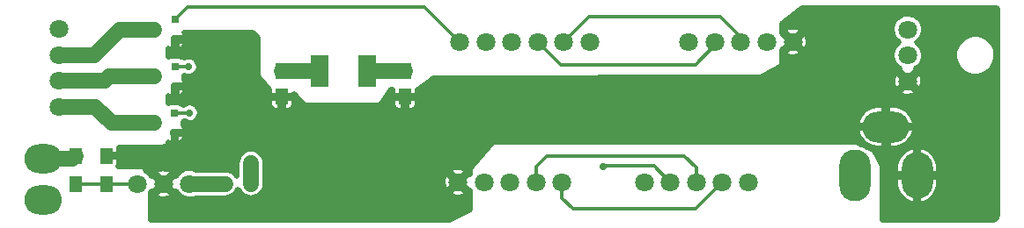
<source format=gbl>
G04 #@! TF.FileFunction,Copper,L2,Bot,Signal*
%FSLAX46Y46*%
G04 Gerber Fmt 4.6, Leading zero omitted, Abs format (unit mm)*
G04 Created by KiCad (PCBNEW 4.0.1-stable) date 2/14/2016 11:26:41 PM*
%MOMM*%
G01*
G04 APERTURE LIST*
%ADD10C,0.100000*%
%ADD11O,3.000000X5.000000*%
%ADD12O,3.000000X4.500000*%
%ADD13O,4.500000X3.000000*%
%ADD14R,1.651000X3.048000*%
%ADD15R,6.300000X6.100000*%
%ADD16R,1.250000X1.500000*%
%ADD17R,0.800000X0.600000*%
%ADD18O,3.600000X2.800000*%
%ADD19C,1.800000*%
%ADD20R,0.800100X0.800100*%
%ADD21R,1.300000X1.500000*%
%ADD22C,0.800000*%
%ADD23C,0.700000*%
%ADD24C,1.500000*%
%ADD25C,0.300000*%
%ADD26C,0.250000*%
%ADD27C,0.500000*%
G04 APERTURE END LIST*
D10*
D11*
X155700000Y-75100000D03*
D12*
X161700000Y-75100000D03*
D13*
X158700000Y-70400000D03*
D14*
X104214000Y-65000000D03*
D15*
X106500000Y-71350000D03*
D14*
X108786000Y-65000000D03*
D16*
X100600000Y-65000000D03*
X100600000Y-67500000D03*
X112450000Y-65000000D03*
X112450000Y-67500000D03*
D17*
X95150000Y-75900000D03*
X97650000Y-75900000D03*
D18*
X77650000Y-73520000D03*
X77650000Y-77480000D03*
D19*
X135450000Y-75750000D03*
X145450000Y-75750000D03*
X142950000Y-75750000D03*
X140450000Y-75750000D03*
X137950000Y-75750000D03*
X91750000Y-75900000D03*
X89250000Y-75900000D03*
X86750000Y-75900000D03*
X117550000Y-75750000D03*
X127550000Y-75750000D03*
X125050000Y-75750000D03*
X122550000Y-75750000D03*
X120050000Y-75750000D03*
X160800000Y-66000000D03*
X160800000Y-63500000D03*
X160800000Y-61000000D03*
X130200000Y-62200000D03*
X117700000Y-62200000D03*
X127700000Y-62200000D03*
X120200000Y-62200000D03*
X122700000Y-62200000D03*
X125200000Y-62200000D03*
X79200000Y-60950000D03*
X79200000Y-63450000D03*
X79200000Y-65950000D03*
X79200000Y-68450000D03*
X149750000Y-62200000D03*
X139750000Y-62200000D03*
X142250000Y-62200000D03*
X144750000Y-62200000D03*
X147250000Y-62200000D03*
D20*
X90350760Y-60050000D03*
X90350760Y-61950000D03*
X88351780Y-61000000D03*
X90350760Y-64600000D03*
X90350760Y-66500000D03*
X88351780Y-65550000D03*
X90300760Y-69100000D03*
X90300760Y-71000000D03*
X88301780Y-70050000D03*
D21*
X80800000Y-73200000D03*
X80800000Y-75900000D03*
X83750000Y-75900000D03*
X83750000Y-73200000D03*
D22*
X102350000Y-65000000D03*
X110650000Y-65000000D03*
X97650000Y-73900000D03*
D23*
X131500000Y-74250000D03*
X91650000Y-64600000D03*
X91750000Y-69050000D03*
D24*
X77200000Y-73520000D02*
X80480000Y-73520000D01*
X80480000Y-73520000D02*
X80800000Y-73200000D01*
X104214000Y-65000000D02*
X102350000Y-65000000D01*
X102350000Y-65000000D02*
X100600000Y-65000000D01*
D25*
X163000000Y-75100000D02*
X159850000Y-75100000D01*
X159000000Y-74250000D02*
X159000000Y-72550000D01*
X159850000Y-75100000D02*
X159000000Y-74250000D01*
X159000000Y-71400000D02*
X159000000Y-72550000D01*
X159000000Y-72550000D02*
X159100000Y-72650000D01*
D24*
X97650000Y-75900000D02*
X97650000Y-73900000D01*
X112450000Y-65000000D02*
X110650000Y-65000000D01*
X110650000Y-65000000D02*
X108786000Y-65000000D01*
X91750000Y-75900000D02*
X95150000Y-75900000D01*
D25*
X127550000Y-75750000D02*
X127550000Y-77250000D01*
X127550000Y-77250000D02*
X128600000Y-78300000D01*
X128600000Y-78300000D02*
X140400000Y-78300000D01*
X140400000Y-78300000D02*
X142950000Y-75750000D01*
X140450000Y-75750000D02*
X140450000Y-74350000D01*
X140450000Y-74350000D02*
X139300000Y-73200000D01*
X139300000Y-73200000D02*
X126100000Y-73200000D01*
X126100000Y-73200000D02*
X125050000Y-74250000D01*
X125050000Y-74250000D02*
X125050000Y-75750000D01*
X131500000Y-74250000D02*
X131550000Y-74200000D01*
X131550000Y-74200000D02*
X136400000Y-74200000D01*
X136400000Y-74200000D02*
X137950000Y-75750000D01*
X86750000Y-75900000D02*
X83750000Y-75900000D01*
X80800000Y-75900000D02*
X83750000Y-75900000D01*
D26*
X90350760Y-60050000D02*
X90350760Y-59999240D01*
D25*
X90350760Y-59999240D02*
X91500000Y-58850000D01*
X114350000Y-58850000D02*
X117700000Y-62200000D01*
X91500000Y-58850000D02*
X114350000Y-58850000D01*
D26*
X144750000Y-62200000D02*
X144750000Y-61700000D01*
D25*
X144750000Y-61700000D02*
X142800000Y-59750000D01*
X142800000Y-59750000D02*
X130150000Y-59750000D01*
X130150000Y-59750000D02*
X127700000Y-62200000D01*
X90350760Y-64600000D02*
X91650000Y-64600000D01*
X91700000Y-69100000D02*
X90300760Y-69100000D01*
X91750000Y-69050000D02*
X91700000Y-69100000D01*
D26*
X142250000Y-62200000D02*
X142250000Y-62500000D01*
D25*
X142250000Y-62500000D02*
X140350000Y-64400000D01*
X140350000Y-64400000D02*
X127400000Y-64400000D01*
X127400000Y-64400000D02*
X125200000Y-62200000D01*
D24*
X79200000Y-63450000D02*
X82600000Y-63450000D01*
X85050000Y-61000000D02*
X88351780Y-61000000D01*
X82600000Y-63450000D02*
X85050000Y-61000000D01*
X79200000Y-65950000D02*
X83600000Y-65950000D01*
X84000000Y-65550000D02*
X88351780Y-65550000D01*
X83600000Y-65950000D02*
X84000000Y-65550000D01*
X79200000Y-68450000D02*
X82650000Y-68450000D01*
X84250000Y-70050000D02*
X88301780Y-70050000D01*
X82650000Y-68450000D02*
X84250000Y-70050000D01*
D27*
G36*
X169384090Y-58921158D02*
X169395000Y-59024959D01*
X169395000Y-78970406D01*
X169384630Y-79076163D01*
X169362514Y-79149416D01*
X169326586Y-79216986D01*
X169278223Y-79276284D01*
X169219259Y-79325064D01*
X169151947Y-79361460D01*
X169078842Y-79384090D01*
X168975040Y-79395000D01*
X158300000Y-79395000D01*
X158300000Y-74200000D01*
X159650000Y-74200000D01*
X159650000Y-74950000D01*
X160595000Y-74950000D01*
X160595000Y-75250000D01*
X159650000Y-75250000D01*
X159650000Y-76000000D01*
X159718654Y-76397053D01*
X159863450Y-76773083D01*
X160078823Y-77113639D01*
X160356497Y-77405634D01*
X160685801Y-77637847D01*
X161054080Y-77801354D01*
X161232016Y-77845869D01*
X161550000Y-77756609D01*
X161550000Y-77193509D01*
X161551468Y-77193653D01*
X161551473Y-77193654D01*
X161551478Y-77193654D01*
X161648660Y-77202498D01*
X161703525Y-77202115D01*
X161758323Y-77202498D01*
X161766730Y-77201674D01*
X161766733Y-77201674D01*
X161766736Y-77201673D01*
X161850000Y-77192922D01*
X161850000Y-77756609D01*
X162167984Y-77845869D01*
X162345920Y-77801354D01*
X162714199Y-77637847D01*
X163043503Y-77405634D01*
X163321177Y-77113639D01*
X163536550Y-76773083D01*
X163681346Y-76397053D01*
X163750000Y-76000000D01*
X163750000Y-75250000D01*
X162805000Y-75250000D01*
X162805000Y-74950000D01*
X163750000Y-74950000D01*
X163750000Y-74200000D01*
X163681346Y-73802947D01*
X163536550Y-73426917D01*
X163321177Y-73086361D01*
X163043503Y-72794366D01*
X162714199Y-72562153D01*
X162345920Y-72398646D01*
X162167984Y-72354131D01*
X161850000Y-72443391D01*
X161850000Y-73006491D01*
X161848529Y-73006347D01*
X161848526Y-73006346D01*
X161848523Y-73006346D01*
X161751340Y-72997502D01*
X161696476Y-72997885D01*
X161641678Y-72997502D01*
X161633271Y-72998326D01*
X161633268Y-72998326D01*
X161633265Y-72998327D01*
X161550000Y-73007078D01*
X161550000Y-72443391D01*
X161232016Y-72354131D01*
X161054080Y-72398646D01*
X160685801Y-72562153D01*
X160356497Y-72794366D01*
X160078823Y-73086361D01*
X159863450Y-73426917D01*
X159718654Y-73802947D01*
X159650000Y-74200000D01*
X158300000Y-74200000D01*
X158300000Y-74100000D01*
X158290102Y-74030352D01*
X158268127Y-73977849D01*
X157568127Y-72727849D01*
X157525460Y-72671917D01*
X157456108Y-72623635D01*
X156893534Y-72359928D01*
X156874305Y-72344021D01*
X156513783Y-72149087D01*
X156307544Y-72085245D01*
X155856108Y-71873635D01*
X155788844Y-71853036D01*
X155750000Y-71850000D01*
X153299612Y-71850000D01*
X121049612Y-71900000D01*
X120979979Y-71910006D01*
X120915891Y-71939015D01*
X120863586Y-71983417D01*
X118763586Y-74333417D01*
X118724557Y-74391946D01*
X118703380Y-74459031D01*
X118700000Y-74500000D01*
X118700000Y-74975533D01*
X118583056Y-74929076D01*
X117762132Y-75750000D01*
X118583056Y-76570924D01*
X118700000Y-76524467D01*
X118700000Y-78393945D01*
X116652387Y-79395000D01*
X88000000Y-79395000D01*
X88000000Y-76933056D01*
X88429076Y-76933056D01*
X88519491Y-77160655D01*
X88779469Y-77278948D01*
X89057529Y-77344248D01*
X89342986Y-77354046D01*
X89624870Y-77307967D01*
X89892347Y-77207780D01*
X89980509Y-77160655D01*
X90070924Y-76933056D01*
X89250000Y-76112132D01*
X88429076Y-76933056D01*
X88000000Y-76933056D01*
X88000000Y-76730337D01*
X88052674Y-76655667D01*
X88216944Y-76720924D01*
X89037868Y-75900000D01*
X89462132Y-75900000D01*
X90283056Y-76720924D01*
X90451371Y-76654060D01*
X90568772Y-76836230D01*
X90773116Y-77047835D01*
X91014670Y-77215719D01*
X91284232Y-77333488D01*
X91571535Y-77396655D01*
X91865635Y-77402816D01*
X92155332Y-77351734D01*
X92417619Y-77250000D01*
X95150000Y-77250000D01*
X95412216Y-77224289D01*
X95664445Y-77148137D01*
X95897079Y-77024444D01*
X96101256Y-76857920D01*
X96269201Y-76654910D01*
X96394515Y-76423146D01*
X96399565Y-76406833D01*
X96401863Y-76414445D01*
X96525556Y-76647079D01*
X96692080Y-76851256D01*
X96895090Y-77019201D01*
X97126854Y-77144515D01*
X97378545Y-77222427D01*
X97640575Y-77249967D01*
X97902965Y-77226088D01*
X98155719Y-77151698D01*
X98389210Y-77029632D01*
X98594546Y-76864538D01*
X98662917Y-76783056D01*
X116729076Y-76783056D01*
X116819491Y-77010655D01*
X117079469Y-77128948D01*
X117357529Y-77194248D01*
X117642986Y-77204046D01*
X117924870Y-77157967D01*
X118192347Y-77057780D01*
X118280509Y-77010655D01*
X118370924Y-76783056D01*
X117550000Y-75962132D01*
X116729076Y-76783056D01*
X98662917Y-76783056D01*
X98763903Y-76662705D01*
X98890833Y-76431822D01*
X98970499Y-76180681D01*
X98999868Y-75918849D01*
X99000000Y-75900000D01*
X99000000Y-75842986D01*
X116095954Y-75842986D01*
X116142033Y-76124870D01*
X116242220Y-76392347D01*
X116289345Y-76480509D01*
X116516944Y-76570924D01*
X117337868Y-75750000D01*
X116516944Y-74929076D01*
X116289345Y-75019491D01*
X116171052Y-75279469D01*
X116105752Y-75557529D01*
X116095954Y-75842986D01*
X99000000Y-75842986D01*
X99000000Y-74716944D01*
X116729076Y-74716944D01*
X117550000Y-75537868D01*
X118370924Y-74716944D01*
X118280509Y-74489345D01*
X118020531Y-74371052D01*
X117742471Y-74305752D01*
X117457014Y-74295954D01*
X117175130Y-74342033D01*
X116907653Y-74442220D01*
X116819491Y-74489345D01*
X116729076Y-74716944D01*
X99000000Y-74716944D01*
X99000000Y-73900000D01*
X98974289Y-73637784D01*
X98898137Y-73385555D01*
X98774444Y-73152921D01*
X98607920Y-72948744D01*
X98404910Y-72780799D01*
X98173146Y-72655485D01*
X97921455Y-72577573D01*
X97659425Y-72550033D01*
X97397035Y-72573912D01*
X97144281Y-72648302D01*
X96910790Y-72770368D01*
X96705454Y-72935462D01*
X96536097Y-73137295D01*
X96409167Y-73368178D01*
X96329501Y-73619319D01*
X96300132Y-73881151D01*
X96300000Y-73900000D01*
X96300000Y-75199750D01*
X96279632Y-75160790D01*
X96114538Y-74955454D01*
X95912705Y-74786097D01*
X95681822Y-74659167D01*
X95430681Y-74579501D01*
X95168849Y-74550132D01*
X95150000Y-74550000D01*
X92409454Y-74550000D01*
X92195708Y-74460149D01*
X91907551Y-74400999D01*
X91613393Y-74398945D01*
X91324439Y-74454066D01*
X91051693Y-74564263D01*
X90805546Y-74725337D01*
X90595373Y-74931153D01*
X90448961Y-75144983D01*
X90283056Y-75079076D01*
X89462132Y-75900000D01*
X89037868Y-75900000D01*
X88216944Y-75079076D01*
X88049692Y-75145518D01*
X87918041Y-74947369D01*
X87838176Y-74866944D01*
X88429076Y-74866944D01*
X89250000Y-75687868D01*
X90070924Y-74866944D01*
X89980509Y-74639345D01*
X89720531Y-74521052D01*
X89442471Y-74455752D01*
X89157014Y-74445954D01*
X88875130Y-74492033D01*
X88607653Y-74592220D01*
X88519491Y-74639345D01*
X88429076Y-74866944D01*
X87838176Y-74866944D01*
X87710762Y-74738638D01*
X87573390Y-74645979D01*
X87416357Y-74374741D01*
X87372894Y-74319425D01*
X87315742Y-74278406D01*
X87249425Y-74254934D01*
X87200000Y-74250000D01*
X84861026Y-74250000D01*
X84887404Y-74210522D01*
X84928864Y-74110429D01*
X84950000Y-74004170D01*
X84950000Y-73487500D01*
X84812500Y-73350000D01*
X83900000Y-73350000D01*
X83900000Y-73370000D01*
X83600000Y-73370000D01*
X83600000Y-73350000D01*
X83580000Y-73350000D01*
X83580000Y-73050000D01*
X83600000Y-73050000D01*
X83600000Y-73030000D01*
X83900000Y-73030000D01*
X83900000Y-73050000D01*
X84812500Y-73050000D01*
X84950000Y-72912500D01*
X84950000Y-72400000D01*
X88900000Y-72400000D01*
X88949029Y-72395145D01*
X89449029Y-72295145D01*
X89515384Y-72271781D01*
X89572602Y-72230855D01*
X89616154Y-72175609D01*
X89642590Y-72110417D01*
X89650000Y-72050000D01*
X89650000Y-71891519D01*
X89740281Y-71928914D01*
X89846539Y-71950050D01*
X90013260Y-71950050D01*
X90150760Y-71812550D01*
X90150760Y-71150000D01*
X90450760Y-71150000D01*
X90450760Y-71812550D01*
X90588260Y-71950050D01*
X90754981Y-71950050D01*
X90861239Y-71928914D01*
X90961333Y-71887454D01*
X91051415Y-71827263D01*
X91128023Y-71750654D01*
X91188214Y-71660572D01*
X91229674Y-71560479D01*
X91250810Y-71454220D01*
X91250810Y-71287500D01*
X91113310Y-71150000D01*
X90450760Y-71150000D01*
X90150760Y-71150000D01*
X90130760Y-71150000D01*
X90130760Y-70850000D01*
X90150760Y-70850000D01*
X90150760Y-70830000D01*
X90450760Y-70830000D01*
X90450760Y-70850000D01*
X91113310Y-70850000D01*
X91250810Y-70712500D01*
X91250810Y-70545780D01*
X91229674Y-70439521D01*
X91188214Y-70339428D01*
X91150000Y-70282237D01*
X91150000Y-69893225D01*
X91186840Y-69850000D01*
X91236395Y-69850000D01*
X91284291Y-69883289D01*
X91455013Y-69957876D01*
X91636972Y-69997882D01*
X91823236Y-70001784D01*
X92006710Y-69969432D01*
X92103174Y-69932016D01*
X155954131Y-69932016D01*
X156043391Y-70250000D01*
X156606491Y-70250000D01*
X156606346Y-70251477D01*
X156597502Y-70348660D01*
X156597885Y-70403525D01*
X156597502Y-70458323D01*
X156598326Y-70466730D01*
X156607078Y-70550000D01*
X156043391Y-70550000D01*
X155954131Y-70867984D01*
X155998646Y-71045920D01*
X156162153Y-71414199D01*
X156394366Y-71743503D01*
X156686361Y-72021177D01*
X157026917Y-72236550D01*
X157402947Y-72381346D01*
X157800000Y-72450000D01*
X158550000Y-72450000D01*
X158550000Y-71505000D01*
X158850000Y-71505000D01*
X158850000Y-72450000D01*
X159600000Y-72450000D01*
X159997053Y-72381346D01*
X160373083Y-72236550D01*
X160713639Y-72021177D01*
X161005634Y-71743503D01*
X161237847Y-71414199D01*
X161401354Y-71045920D01*
X161445869Y-70867984D01*
X161356609Y-70550000D01*
X160793509Y-70550000D01*
X160793654Y-70548522D01*
X160802498Y-70451340D01*
X160802115Y-70396476D01*
X160802498Y-70341678D01*
X160801674Y-70333271D01*
X160792922Y-70250000D01*
X161356609Y-70250000D01*
X161445869Y-69932016D01*
X161401354Y-69754080D01*
X161237847Y-69385801D01*
X161005634Y-69056497D01*
X160713639Y-68778823D01*
X160373083Y-68563450D01*
X159997053Y-68418654D01*
X159600000Y-68350000D01*
X158850000Y-68350000D01*
X158850000Y-69295000D01*
X158550000Y-69295000D01*
X158550000Y-68350000D01*
X157800000Y-68350000D01*
X157402947Y-68418654D01*
X157026917Y-68563450D01*
X156686361Y-68778823D01*
X156394366Y-69056497D01*
X156162153Y-69385801D01*
X155998646Y-69754080D01*
X155954131Y-69932016D01*
X92103174Y-69932016D01*
X92180406Y-69902060D01*
X92337709Y-69802233D01*
X92472625Y-69673753D01*
X92580017Y-69521515D01*
X92655794Y-69351318D01*
X92697070Y-69169643D01*
X92700041Y-68956848D01*
X92663854Y-68774091D01*
X92592859Y-68601844D01*
X92489760Y-68446667D01*
X92358483Y-68314470D01*
X92204029Y-68210290D01*
X92032282Y-68138094D01*
X91849783Y-68100632D01*
X91663482Y-68099332D01*
X91480478Y-68134242D01*
X91307739Y-68204033D01*
X91154814Y-68304104D01*
X91152558Y-68300681D01*
X91023440Y-68190635D01*
X90868775Y-68120916D01*
X90700810Y-68097047D01*
X89900710Y-68097047D01*
X89805162Y-68104666D01*
X89650000Y-68152717D01*
X89650000Y-67787500D01*
X99425000Y-67787500D01*
X99425000Y-68304170D01*
X99446136Y-68410429D01*
X99487596Y-68510522D01*
X99547787Y-68600604D01*
X99624395Y-68677213D01*
X99714477Y-68737404D01*
X99814571Y-68778864D01*
X99920829Y-68800000D01*
X100312500Y-68800000D01*
X100450000Y-68662500D01*
X100450000Y-67650000D01*
X100750000Y-67650000D01*
X100750000Y-68662500D01*
X100887500Y-68800000D01*
X101279171Y-68800000D01*
X101385429Y-68778864D01*
X101485523Y-68737404D01*
X101575605Y-68677213D01*
X101652213Y-68600604D01*
X101712404Y-68510522D01*
X101753864Y-68410429D01*
X101775000Y-68304170D01*
X101775000Y-67787500D01*
X101637500Y-67650000D01*
X100750000Y-67650000D01*
X100450000Y-67650000D01*
X99562500Y-67650000D01*
X99425000Y-67787500D01*
X89650000Y-67787500D01*
X89650000Y-67360602D01*
X89690187Y-67387454D01*
X89790281Y-67428914D01*
X89896539Y-67450050D01*
X90063260Y-67450050D01*
X90200760Y-67312550D01*
X90200760Y-66650000D01*
X90500760Y-66650000D01*
X90500760Y-67312550D01*
X90638260Y-67450050D01*
X90804981Y-67450050D01*
X90911239Y-67428914D01*
X91011333Y-67387454D01*
X91101415Y-67327263D01*
X91178023Y-67250654D01*
X91238214Y-67160572D01*
X91279674Y-67060479D01*
X91300810Y-66954220D01*
X91300810Y-66787500D01*
X91163310Y-66650000D01*
X90500760Y-66650000D01*
X90200760Y-66650000D01*
X90180760Y-66650000D01*
X90180760Y-66350000D01*
X90200760Y-66350000D01*
X90200760Y-66330000D01*
X90500760Y-66330000D01*
X90500760Y-66350000D01*
X91163310Y-66350000D01*
X91300810Y-66212500D01*
X91300810Y-66045780D01*
X91279674Y-65939521D01*
X91238214Y-65839428D01*
X91200000Y-65782237D01*
X91200000Y-65440152D01*
X91355013Y-65507876D01*
X91536972Y-65547882D01*
X91723236Y-65551784D01*
X91906710Y-65519432D01*
X92080406Y-65452060D01*
X92237709Y-65352233D01*
X92372625Y-65223753D01*
X92480017Y-65071515D01*
X92555794Y-64901318D01*
X92597070Y-64719643D01*
X92600041Y-64506848D01*
X92563854Y-64324091D01*
X92492859Y-64151844D01*
X92389760Y-63996667D01*
X92258483Y-63864470D01*
X92104029Y-63760290D01*
X91932282Y-63688094D01*
X91749783Y-63650632D01*
X91563482Y-63649332D01*
X91380478Y-63684242D01*
X91207739Y-63754033D01*
X91173847Y-63776211D01*
X91073440Y-63690635D01*
X90918775Y-63620916D01*
X90750810Y-63597047D01*
X89950710Y-63597047D01*
X89855162Y-63604666D01*
X89693103Y-63654853D01*
X89650000Y-63683256D01*
X89650000Y-62810602D01*
X89690187Y-62837454D01*
X89790281Y-62878914D01*
X89896539Y-62900050D01*
X90063260Y-62900050D01*
X90200760Y-62762550D01*
X90200760Y-62100000D01*
X90500760Y-62100000D01*
X90500760Y-62762550D01*
X90638260Y-62900050D01*
X90804981Y-62900050D01*
X90911239Y-62878914D01*
X91011333Y-62837454D01*
X91101415Y-62777263D01*
X91178023Y-62700654D01*
X91238214Y-62610572D01*
X91279674Y-62510479D01*
X91300810Y-62404220D01*
X91300810Y-62237500D01*
X91163310Y-62100000D01*
X90500760Y-62100000D01*
X90200760Y-62100000D01*
X90180760Y-62100000D01*
X90180760Y-61800000D01*
X90200760Y-61800000D01*
X90200760Y-61780000D01*
X90500760Y-61780000D01*
X90500760Y-61800000D01*
X91163310Y-61800000D01*
X91300810Y-61662500D01*
X91300810Y-61495780D01*
X91279674Y-61389521D01*
X91238214Y-61289428D01*
X91211869Y-61250000D01*
X97835016Y-61250000D01*
X98300000Y-61792481D01*
X98300000Y-65450000D01*
X98309898Y-65519648D01*
X98338807Y-65583782D01*
X98365015Y-65618168D01*
X99365015Y-66718168D01*
X99419189Y-66763046D01*
X99425000Y-66765568D01*
X99425000Y-67212500D01*
X99562500Y-67350000D01*
X100450000Y-67350000D01*
X100450000Y-67330000D01*
X100750000Y-67330000D01*
X100750000Y-67350000D01*
X101637500Y-67350000D01*
X101750185Y-67237315D01*
X102826051Y-68279560D01*
X102882962Y-68320912D01*
X102949140Y-68344772D01*
X103000000Y-68350000D01*
X109850000Y-68350000D01*
X109919648Y-68340102D01*
X109983782Y-68311193D01*
X110050775Y-68248962D01*
X110393149Y-67787500D01*
X111275000Y-67787500D01*
X111275000Y-68304170D01*
X111296136Y-68410429D01*
X111337596Y-68510522D01*
X111397787Y-68600604D01*
X111474395Y-68677213D01*
X111564477Y-68737404D01*
X111664571Y-68778864D01*
X111770829Y-68800000D01*
X112162500Y-68800000D01*
X112300000Y-68662500D01*
X112300000Y-67650000D01*
X112600000Y-67650000D01*
X112600000Y-68662500D01*
X112737500Y-68800000D01*
X113129171Y-68800000D01*
X113235429Y-68778864D01*
X113335523Y-68737404D01*
X113425605Y-68677213D01*
X113502213Y-68600604D01*
X113562404Y-68510522D01*
X113603864Y-68410429D01*
X113625000Y-68304170D01*
X113625000Y-67787500D01*
X113487500Y-67650000D01*
X112600000Y-67650000D01*
X112300000Y-67650000D01*
X111412500Y-67650000D01*
X111275000Y-67787500D01*
X110393149Y-67787500D01*
X111125811Y-66800000D01*
X111275000Y-66800000D01*
X111275000Y-67212500D01*
X111412500Y-67350000D01*
X112300000Y-67350000D01*
X112300000Y-67330000D01*
X112600000Y-67330000D01*
X112600000Y-67350000D01*
X113487500Y-67350000D01*
X113625000Y-67212500D01*
X113625000Y-67033056D01*
X159979076Y-67033056D01*
X160069491Y-67260655D01*
X160329469Y-67378948D01*
X160607529Y-67444248D01*
X160892986Y-67454046D01*
X161174870Y-67407967D01*
X161442347Y-67307780D01*
X161530509Y-67260655D01*
X161620924Y-67033056D01*
X160800000Y-66212132D01*
X159979076Y-67033056D01*
X113625000Y-67033056D01*
X113625000Y-66787518D01*
X113694687Y-66753877D01*
X114625943Y-66092986D01*
X159345954Y-66092986D01*
X159392033Y-66374870D01*
X159492220Y-66642347D01*
X159539345Y-66730509D01*
X159766944Y-66820924D01*
X160587868Y-66000000D01*
X161012132Y-66000000D01*
X161833056Y-66820924D01*
X162060655Y-66730509D01*
X162178948Y-66470531D01*
X162244248Y-66192471D01*
X162254046Y-65907014D01*
X162207967Y-65625130D01*
X162107780Y-65357653D01*
X162060655Y-65269491D01*
X161833056Y-65179076D01*
X161012132Y-66000000D01*
X160587868Y-66000000D01*
X159766944Y-65179076D01*
X159539345Y-65269491D01*
X159421052Y-65529469D01*
X159355752Y-65807529D01*
X159345954Y-66092986D01*
X114625943Y-66092986D01*
X115179874Y-65699874D01*
X146550397Y-65650000D01*
X146620030Y-65639991D01*
X146668879Y-65619927D01*
X148518879Y-64619927D01*
X148575443Y-64578101D01*
X148618115Y-64522172D01*
X148643516Y-64456570D01*
X148650000Y-64400000D01*
X148650000Y-63233056D01*
X148929076Y-63233056D01*
X149019491Y-63460655D01*
X149279469Y-63578948D01*
X149557529Y-63644248D01*
X149842986Y-63654046D01*
X150124870Y-63607967D01*
X150392347Y-63507780D01*
X150480509Y-63460655D01*
X150570924Y-63233056D01*
X149750000Y-62412132D01*
X148929076Y-63233056D01*
X148650000Y-63233056D01*
X148650000Y-62994330D01*
X148716944Y-63020924D01*
X149537868Y-62200000D01*
X149962132Y-62200000D01*
X150783056Y-63020924D01*
X151010655Y-62930509D01*
X151128948Y-62670531D01*
X151194248Y-62392471D01*
X151204046Y-62107014D01*
X151157967Y-61825130D01*
X151057780Y-61557653D01*
X151010655Y-61469491D01*
X150783056Y-61379076D01*
X149962132Y-62200000D01*
X149537868Y-62200000D01*
X148716944Y-61379076D01*
X148650000Y-61405670D01*
X148650000Y-61166944D01*
X148929076Y-61166944D01*
X149750000Y-61987868D01*
X150570924Y-61166944D01*
X150554709Y-61126124D01*
X159298028Y-61126124D01*
X159351131Y-61415457D01*
X159459420Y-61688965D01*
X159618772Y-61936230D01*
X159823116Y-62147835D01*
X159970384Y-62250189D01*
X159855546Y-62325337D01*
X159645373Y-62531153D01*
X159479180Y-62773873D01*
X159363296Y-63044251D01*
X159302135Y-63331988D01*
X159298028Y-63626124D01*
X159351131Y-63915457D01*
X159459420Y-64188965D01*
X159618772Y-64436230D01*
X159823116Y-64647835D01*
X160044672Y-64801820D01*
X159979076Y-64966944D01*
X160800000Y-65787868D01*
X161620924Y-64966944D01*
X161553891Y-64798204D01*
X161727961Y-64687736D01*
X161940987Y-64484873D01*
X162110553Y-64244498D01*
X162230201Y-63975765D01*
X162295373Y-63688910D01*
X162295662Y-63668165D01*
X165297371Y-63668165D01*
X165368174Y-64053942D01*
X165512560Y-64418619D01*
X165725029Y-64748306D01*
X165997488Y-65030446D01*
X166319560Y-65254291D01*
X166678976Y-65411316D01*
X167062046Y-65495540D01*
X167454180Y-65503754D01*
X167840442Y-65435646D01*
X168206118Y-65293809D01*
X168537281Y-65083647D01*
X168821316Y-64813164D01*
X169047404Y-64492664D01*
X169206934Y-64134353D01*
X169293830Y-63751879D01*
X169300086Y-63303890D01*
X169223903Y-62919139D01*
X169074439Y-62556514D01*
X168857388Y-62229825D01*
X168581016Y-61951517D01*
X168255851Y-61732190D01*
X167894278Y-61580199D01*
X167510068Y-61501332D01*
X167117858Y-61498594D01*
X166732585Y-61572089D01*
X166368925Y-61719017D01*
X166040729Y-61933782D01*
X165760498Y-62208205D01*
X165538907Y-62531831D01*
X165384395Y-62892334D01*
X165302847Y-63275983D01*
X165297371Y-63668165D01*
X162295662Y-63668165D01*
X162300064Y-63352917D01*
X162242927Y-63064355D01*
X162130830Y-62792385D01*
X161968041Y-62547369D01*
X161760762Y-62338638D01*
X161629592Y-62250163D01*
X161727961Y-62187736D01*
X161940987Y-61984873D01*
X162110553Y-61744498D01*
X162230201Y-61475765D01*
X162295373Y-61188910D01*
X162300064Y-60852917D01*
X162242927Y-60564355D01*
X162130830Y-60292385D01*
X161968041Y-60047369D01*
X161760762Y-59838638D01*
X161516888Y-59674143D01*
X161245708Y-59560149D01*
X160957551Y-59500999D01*
X160663393Y-59498945D01*
X160374439Y-59554066D01*
X160101693Y-59664263D01*
X159855546Y-59825337D01*
X159645373Y-60031153D01*
X159479180Y-60273873D01*
X159363296Y-60544251D01*
X159302135Y-60831988D01*
X159298028Y-61126124D01*
X150554709Y-61126124D01*
X150480509Y-60939345D01*
X150220531Y-60821052D01*
X149942471Y-60755752D01*
X149657014Y-60745954D01*
X149375130Y-60792033D01*
X149107653Y-60892220D01*
X149019491Y-60939345D01*
X148929076Y-61166944D01*
X148650000Y-61166944D01*
X148650000Y-60423275D01*
X150634874Y-58900000D01*
X169377541Y-58900000D01*
X169384090Y-58921158D01*
X169384090Y-58921158D01*
G37*
X169384090Y-58921158D02*
X169395000Y-59024959D01*
X169395000Y-78970406D01*
X169384630Y-79076163D01*
X169362514Y-79149416D01*
X169326586Y-79216986D01*
X169278223Y-79276284D01*
X169219259Y-79325064D01*
X169151947Y-79361460D01*
X169078842Y-79384090D01*
X168975040Y-79395000D01*
X158300000Y-79395000D01*
X158300000Y-74200000D01*
X159650000Y-74200000D01*
X159650000Y-74950000D01*
X160595000Y-74950000D01*
X160595000Y-75250000D01*
X159650000Y-75250000D01*
X159650000Y-76000000D01*
X159718654Y-76397053D01*
X159863450Y-76773083D01*
X160078823Y-77113639D01*
X160356497Y-77405634D01*
X160685801Y-77637847D01*
X161054080Y-77801354D01*
X161232016Y-77845869D01*
X161550000Y-77756609D01*
X161550000Y-77193509D01*
X161551468Y-77193653D01*
X161551473Y-77193654D01*
X161551478Y-77193654D01*
X161648660Y-77202498D01*
X161703525Y-77202115D01*
X161758323Y-77202498D01*
X161766730Y-77201674D01*
X161766733Y-77201674D01*
X161766736Y-77201673D01*
X161850000Y-77192922D01*
X161850000Y-77756609D01*
X162167984Y-77845869D01*
X162345920Y-77801354D01*
X162714199Y-77637847D01*
X163043503Y-77405634D01*
X163321177Y-77113639D01*
X163536550Y-76773083D01*
X163681346Y-76397053D01*
X163750000Y-76000000D01*
X163750000Y-75250000D01*
X162805000Y-75250000D01*
X162805000Y-74950000D01*
X163750000Y-74950000D01*
X163750000Y-74200000D01*
X163681346Y-73802947D01*
X163536550Y-73426917D01*
X163321177Y-73086361D01*
X163043503Y-72794366D01*
X162714199Y-72562153D01*
X162345920Y-72398646D01*
X162167984Y-72354131D01*
X161850000Y-72443391D01*
X161850000Y-73006491D01*
X161848529Y-73006347D01*
X161848526Y-73006346D01*
X161848523Y-73006346D01*
X161751340Y-72997502D01*
X161696476Y-72997885D01*
X161641678Y-72997502D01*
X161633271Y-72998326D01*
X161633268Y-72998326D01*
X161633265Y-72998327D01*
X161550000Y-73007078D01*
X161550000Y-72443391D01*
X161232016Y-72354131D01*
X161054080Y-72398646D01*
X160685801Y-72562153D01*
X160356497Y-72794366D01*
X160078823Y-73086361D01*
X159863450Y-73426917D01*
X159718654Y-73802947D01*
X159650000Y-74200000D01*
X158300000Y-74200000D01*
X158300000Y-74100000D01*
X158290102Y-74030352D01*
X158268127Y-73977849D01*
X157568127Y-72727849D01*
X157525460Y-72671917D01*
X157456108Y-72623635D01*
X156893534Y-72359928D01*
X156874305Y-72344021D01*
X156513783Y-72149087D01*
X156307544Y-72085245D01*
X155856108Y-71873635D01*
X155788844Y-71853036D01*
X155750000Y-71850000D01*
X153299612Y-71850000D01*
X121049612Y-71900000D01*
X120979979Y-71910006D01*
X120915891Y-71939015D01*
X120863586Y-71983417D01*
X118763586Y-74333417D01*
X118724557Y-74391946D01*
X118703380Y-74459031D01*
X118700000Y-74500000D01*
X118700000Y-74975533D01*
X118583056Y-74929076D01*
X117762132Y-75750000D01*
X118583056Y-76570924D01*
X118700000Y-76524467D01*
X118700000Y-78393945D01*
X116652387Y-79395000D01*
X88000000Y-79395000D01*
X88000000Y-76933056D01*
X88429076Y-76933056D01*
X88519491Y-77160655D01*
X88779469Y-77278948D01*
X89057529Y-77344248D01*
X89342986Y-77354046D01*
X89624870Y-77307967D01*
X89892347Y-77207780D01*
X89980509Y-77160655D01*
X90070924Y-76933056D01*
X89250000Y-76112132D01*
X88429076Y-76933056D01*
X88000000Y-76933056D01*
X88000000Y-76730337D01*
X88052674Y-76655667D01*
X88216944Y-76720924D01*
X89037868Y-75900000D01*
X89462132Y-75900000D01*
X90283056Y-76720924D01*
X90451371Y-76654060D01*
X90568772Y-76836230D01*
X90773116Y-77047835D01*
X91014670Y-77215719D01*
X91284232Y-77333488D01*
X91571535Y-77396655D01*
X91865635Y-77402816D01*
X92155332Y-77351734D01*
X92417619Y-77250000D01*
X95150000Y-77250000D01*
X95412216Y-77224289D01*
X95664445Y-77148137D01*
X95897079Y-77024444D01*
X96101256Y-76857920D01*
X96269201Y-76654910D01*
X96394515Y-76423146D01*
X96399565Y-76406833D01*
X96401863Y-76414445D01*
X96525556Y-76647079D01*
X96692080Y-76851256D01*
X96895090Y-77019201D01*
X97126854Y-77144515D01*
X97378545Y-77222427D01*
X97640575Y-77249967D01*
X97902965Y-77226088D01*
X98155719Y-77151698D01*
X98389210Y-77029632D01*
X98594546Y-76864538D01*
X98662917Y-76783056D01*
X116729076Y-76783056D01*
X116819491Y-77010655D01*
X117079469Y-77128948D01*
X117357529Y-77194248D01*
X117642986Y-77204046D01*
X117924870Y-77157967D01*
X118192347Y-77057780D01*
X118280509Y-77010655D01*
X118370924Y-76783056D01*
X117550000Y-75962132D01*
X116729076Y-76783056D01*
X98662917Y-76783056D01*
X98763903Y-76662705D01*
X98890833Y-76431822D01*
X98970499Y-76180681D01*
X98999868Y-75918849D01*
X99000000Y-75900000D01*
X99000000Y-75842986D01*
X116095954Y-75842986D01*
X116142033Y-76124870D01*
X116242220Y-76392347D01*
X116289345Y-76480509D01*
X116516944Y-76570924D01*
X117337868Y-75750000D01*
X116516944Y-74929076D01*
X116289345Y-75019491D01*
X116171052Y-75279469D01*
X116105752Y-75557529D01*
X116095954Y-75842986D01*
X99000000Y-75842986D01*
X99000000Y-74716944D01*
X116729076Y-74716944D01*
X117550000Y-75537868D01*
X118370924Y-74716944D01*
X118280509Y-74489345D01*
X118020531Y-74371052D01*
X117742471Y-74305752D01*
X117457014Y-74295954D01*
X117175130Y-74342033D01*
X116907653Y-74442220D01*
X116819491Y-74489345D01*
X116729076Y-74716944D01*
X99000000Y-74716944D01*
X99000000Y-73900000D01*
X98974289Y-73637784D01*
X98898137Y-73385555D01*
X98774444Y-73152921D01*
X98607920Y-72948744D01*
X98404910Y-72780799D01*
X98173146Y-72655485D01*
X97921455Y-72577573D01*
X97659425Y-72550033D01*
X97397035Y-72573912D01*
X97144281Y-72648302D01*
X96910790Y-72770368D01*
X96705454Y-72935462D01*
X96536097Y-73137295D01*
X96409167Y-73368178D01*
X96329501Y-73619319D01*
X96300132Y-73881151D01*
X96300000Y-73900000D01*
X96300000Y-75199750D01*
X96279632Y-75160790D01*
X96114538Y-74955454D01*
X95912705Y-74786097D01*
X95681822Y-74659167D01*
X95430681Y-74579501D01*
X95168849Y-74550132D01*
X95150000Y-74550000D01*
X92409454Y-74550000D01*
X92195708Y-74460149D01*
X91907551Y-74400999D01*
X91613393Y-74398945D01*
X91324439Y-74454066D01*
X91051693Y-74564263D01*
X90805546Y-74725337D01*
X90595373Y-74931153D01*
X90448961Y-75144983D01*
X90283056Y-75079076D01*
X89462132Y-75900000D01*
X89037868Y-75900000D01*
X88216944Y-75079076D01*
X88049692Y-75145518D01*
X87918041Y-74947369D01*
X87838176Y-74866944D01*
X88429076Y-74866944D01*
X89250000Y-75687868D01*
X90070924Y-74866944D01*
X89980509Y-74639345D01*
X89720531Y-74521052D01*
X89442471Y-74455752D01*
X89157014Y-74445954D01*
X88875130Y-74492033D01*
X88607653Y-74592220D01*
X88519491Y-74639345D01*
X88429076Y-74866944D01*
X87838176Y-74866944D01*
X87710762Y-74738638D01*
X87573390Y-74645979D01*
X87416357Y-74374741D01*
X87372894Y-74319425D01*
X87315742Y-74278406D01*
X87249425Y-74254934D01*
X87200000Y-74250000D01*
X84861026Y-74250000D01*
X84887404Y-74210522D01*
X84928864Y-74110429D01*
X84950000Y-74004170D01*
X84950000Y-73487500D01*
X84812500Y-73350000D01*
X83900000Y-73350000D01*
X83900000Y-73370000D01*
X83600000Y-73370000D01*
X83600000Y-73350000D01*
X83580000Y-73350000D01*
X83580000Y-73050000D01*
X83600000Y-73050000D01*
X83600000Y-73030000D01*
X83900000Y-73030000D01*
X83900000Y-73050000D01*
X84812500Y-73050000D01*
X84950000Y-72912500D01*
X84950000Y-72400000D01*
X88900000Y-72400000D01*
X88949029Y-72395145D01*
X89449029Y-72295145D01*
X89515384Y-72271781D01*
X89572602Y-72230855D01*
X89616154Y-72175609D01*
X89642590Y-72110417D01*
X89650000Y-72050000D01*
X89650000Y-71891519D01*
X89740281Y-71928914D01*
X89846539Y-71950050D01*
X90013260Y-71950050D01*
X90150760Y-71812550D01*
X90150760Y-71150000D01*
X90450760Y-71150000D01*
X90450760Y-71812550D01*
X90588260Y-71950050D01*
X90754981Y-71950050D01*
X90861239Y-71928914D01*
X90961333Y-71887454D01*
X91051415Y-71827263D01*
X91128023Y-71750654D01*
X91188214Y-71660572D01*
X91229674Y-71560479D01*
X91250810Y-71454220D01*
X91250810Y-71287500D01*
X91113310Y-71150000D01*
X90450760Y-71150000D01*
X90150760Y-71150000D01*
X90130760Y-71150000D01*
X90130760Y-70850000D01*
X90150760Y-70850000D01*
X90150760Y-70830000D01*
X90450760Y-70830000D01*
X90450760Y-70850000D01*
X91113310Y-70850000D01*
X91250810Y-70712500D01*
X91250810Y-70545780D01*
X91229674Y-70439521D01*
X91188214Y-70339428D01*
X91150000Y-70282237D01*
X91150000Y-69893225D01*
X91186840Y-69850000D01*
X91236395Y-69850000D01*
X91284291Y-69883289D01*
X91455013Y-69957876D01*
X91636972Y-69997882D01*
X91823236Y-70001784D01*
X92006710Y-69969432D01*
X92103174Y-69932016D01*
X155954131Y-69932016D01*
X156043391Y-70250000D01*
X156606491Y-70250000D01*
X156606346Y-70251477D01*
X156597502Y-70348660D01*
X156597885Y-70403525D01*
X156597502Y-70458323D01*
X156598326Y-70466730D01*
X156607078Y-70550000D01*
X156043391Y-70550000D01*
X155954131Y-70867984D01*
X155998646Y-71045920D01*
X156162153Y-71414199D01*
X156394366Y-71743503D01*
X156686361Y-72021177D01*
X157026917Y-72236550D01*
X157402947Y-72381346D01*
X157800000Y-72450000D01*
X158550000Y-72450000D01*
X158550000Y-71505000D01*
X158850000Y-71505000D01*
X158850000Y-72450000D01*
X159600000Y-72450000D01*
X159997053Y-72381346D01*
X160373083Y-72236550D01*
X160713639Y-72021177D01*
X161005634Y-71743503D01*
X161237847Y-71414199D01*
X161401354Y-71045920D01*
X161445869Y-70867984D01*
X161356609Y-70550000D01*
X160793509Y-70550000D01*
X160793654Y-70548522D01*
X160802498Y-70451340D01*
X160802115Y-70396476D01*
X160802498Y-70341678D01*
X160801674Y-70333271D01*
X160792922Y-70250000D01*
X161356609Y-70250000D01*
X161445869Y-69932016D01*
X161401354Y-69754080D01*
X161237847Y-69385801D01*
X161005634Y-69056497D01*
X160713639Y-68778823D01*
X160373083Y-68563450D01*
X159997053Y-68418654D01*
X159600000Y-68350000D01*
X158850000Y-68350000D01*
X158850000Y-69295000D01*
X158550000Y-69295000D01*
X158550000Y-68350000D01*
X157800000Y-68350000D01*
X157402947Y-68418654D01*
X157026917Y-68563450D01*
X156686361Y-68778823D01*
X156394366Y-69056497D01*
X156162153Y-69385801D01*
X155998646Y-69754080D01*
X155954131Y-69932016D01*
X92103174Y-69932016D01*
X92180406Y-69902060D01*
X92337709Y-69802233D01*
X92472625Y-69673753D01*
X92580017Y-69521515D01*
X92655794Y-69351318D01*
X92697070Y-69169643D01*
X92700041Y-68956848D01*
X92663854Y-68774091D01*
X92592859Y-68601844D01*
X92489760Y-68446667D01*
X92358483Y-68314470D01*
X92204029Y-68210290D01*
X92032282Y-68138094D01*
X91849783Y-68100632D01*
X91663482Y-68099332D01*
X91480478Y-68134242D01*
X91307739Y-68204033D01*
X91154814Y-68304104D01*
X91152558Y-68300681D01*
X91023440Y-68190635D01*
X90868775Y-68120916D01*
X90700810Y-68097047D01*
X89900710Y-68097047D01*
X89805162Y-68104666D01*
X89650000Y-68152717D01*
X89650000Y-67787500D01*
X99425000Y-67787500D01*
X99425000Y-68304170D01*
X99446136Y-68410429D01*
X99487596Y-68510522D01*
X99547787Y-68600604D01*
X99624395Y-68677213D01*
X99714477Y-68737404D01*
X99814571Y-68778864D01*
X99920829Y-68800000D01*
X100312500Y-68800000D01*
X100450000Y-68662500D01*
X100450000Y-67650000D01*
X100750000Y-67650000D01*
X100750000Y-68662500D01*
X100887500Y-68800000D01*
X101279171Y-68800000D01*
X101385429Y-68778864D01*
X101485523Y-68737404D01*
X101575605Y-68677213D01*
X101652213Y-68600604D01*
X101712404Y-68510522D01*
X101753864Y-68410429D01*
X101775000Y-68304170D01*
X101775000Y-67787500D01*
X101637500Y-67650000D01*
X100750000Y-67650000D01*
X100450000Y-67650000D01*
X99562500Y-67650000D01*
X99425000Y-67787500D01*
X89650000Y-67787500D01*
X89650000Y-67360602D01*
X89690187Y-67387454D01*
X89790281Y-67428914D01*
X89896539Y-67450050D01*
X90063260Y-67450050D01*
X90200760Y-67312550D01*
X90200760Y-66650000D01*
X90500760Y-66650000D01*
X90500760Y-67312550D01*
X90638260Y-67450050D01*
X90804981Y-67450050D01*
X90911239Y-67428914D01*
X91011333Y-67387454D01*
X91101415Y-67327263D01*
X91178023Y-67250654D01*
X91238214Y-67160572D01*
X91279674Y-67060479D01*
X91300810Y-66954220D01*
X91300810Y-66787500D01*
X91163310Y-66650000D01*
X90500760Y-66650000D01*
X90200760Y-66650000D01*
X90180760Y-66650000D01*
X90180760Y-66350000D01*
X90200760Y-66350000D01*
X90200760Y-66330000D01*
X90500760Y-66330000D01*
X90500760Y-66350000D01*
X91163310Y-66350000D01*
X91300810Y-66212500D01*
X91300810Y-66045780D01*
X91279674Y-65939521D01*
X91238214Y-65839428D01*
X91200000Y-65782237D01*
X91200000Y-65440152D01*
X91355013Y-65507876D01*
X91536972Y-65547882D01*
X91723236Y-65551784D01*
X91906710Y-65519432D01*
X92080406Y-65452060D01*
X92237709Y-65352233D01*
X92372625Y-65223753D01*
X92480017Y-65071515D01*
X92555794Y-64901318D01*
X92597070Y-64719643D01*
X92600041Y-64506848D01*
X92563854Y-64324091D01*
X92492859Y-64151844D01*
X92389760Y-63996667D01*
X92258483Y-63864470D01*
X92104029Y-63760290D01*
X91932282Y-63688094D01*
X91749783Y-63650632D01*
X91563482Y-63649332D01*
X91380478Y-63684242D01*
X91207739Y-63754033D01*
X91173847Y-63776211D01*
X91073440Y-63690635D01*
X90918775Y-63620916D01*
X90750810Y-63597047D01*
X89950710Y-63597047D01*
X89855162Y-63604666D01*
X89693103Y-63654853D01*
X89650000Y-63683256D01*
X89650000Y-62810602D01*
X89690187Y-62837454D01*
X89790281Y-62878914D01*
X89896539Y-62900050D01*
X90063260Y-62900050D01*
X90200760Y-62762550D01*
X90200760Y-62100000D01*
X90500760Y-62100000D01*
X90500760Y-62762550D01*
X90638260Y-62900050D01*
X90804981Y-62900050D01*
X90911239Y-62878914D01*
X91011333Y-62837454D01*
X91101415Y-62777263D01*
X91178023Y-62700654D01*
X91238214Y-62610572D01*
X91279674Y-62510479D01*
X91300810Y-62404220D01*
X91300810Y-62237500D01*
X91163310Y-62100000D01*
X90500760Y-62100000D01*
X90200760Y-62100000D01*
X90180760Y-62100000D01*
X90180760Y-61800000D01*
X90200760Y-61800000D01*
X90200760Y-61780000D01*
X90500760Y-61780000D01*
X90500760Y-61800000D01*
X91163310Y-61800000D01*
X91300810Y-61662500D01*
X91300810Y-61495780D01*
X91279674Y-61389521D01*
X91238214Y-61289428D01*
X91211869Y-61250000D01*
X97835016Y-61250000D01*
X98300000Y-61792481D01*
X98300000Y-65450000D01*
X98309898Y-65519648D01*
X98338807Y-65583782D01*
X98365015Y-65618168D01*
X99365015Y-66718168D01*
X99419189Y-66763046D01*
X99425000Y-66765568D01*
X99425000Y-67212500D01*
X99562500Y-67350000D01*
X100450000Y-67350000D01*
X100450000Y-67330000D01*
X100750000Y-67330000D01*
X100750000Y-67350000D01*
X101637500Y-67350000D01*
X101750185Y-67237315D01*
X102826051Y-68279560D01*
X102882962Y-68320912D01*
X102949140Y-68344772D01*
X103000000Y-68350000D01*
X109850000Y-68350000D01*
X109919648Y-68340102D01*
X109983782Y-68311193D01*
X110050775Y-68248962D01*
X110393149Y-67787500D01*
X111275000Y-67787500D01*
X111275000Y-68304170D01*
X111296136Y-68410429D01*
X111337596Y-68510522D01*
X111397787Y-68600604D01*
X111474395Y-68677213D01*
X111564477Y-68737404D01*
X111664571Y-68778864D01*
X111770829Y-68800000D01*
X112162500Y-68800000D01*
X112300000Y-68662500D01*
X112300000Y-67650000D01*
X112600000Y-67650000D01*
X112600000Y-68662500D01*
X112737500Y-68800000D01*
X113129171Y-68800000D01*
X113235429Y-68778864D01*
X113335523Y-68737404D01*
X113425605Y-68677213D01*
X113502213Y-68600604D01*
X113562404Y-68510522D01*
X113603864Y-68410429D01*
X113625000Y-68304170D01*
X113625000Y-67787500D01*
X113487500Y-67650000D01*
X112600000Y-67650000D01*
X112300000Y-67650000D01*
X111412500Y-67650000D01*
X111275000Y-67787500D01*
X110393149Y-67787500D01*
X111125811Y-66800000D01*
X111275000Y-66800000D01*
X111275000Y-67212500D01*
X111412500Y-67350000D01*
X112300000Y-67350000D01*
X112300000Y-67330000D01*
X112600000Y-67330000D01*
X112600000Y-67350000D01*
X113487500Y-67350000D01*
X113625000Y-67212500D01*
X113625000Y-67033056D01*
X159979076Y-67033056D01*
X160069491Y-67260655D01*
X160329469Y-67378948D01*
X160607529Y-67444248D01*
X160892986Y-67454046D01*
X161174870Y-67407967D01*
X161442347Y-67307780D01*
X161530509Y-67260655D01*
X161620924Y-67033056D01*
X160800000Y-66212132D01*
X159979076Y-67033056D01*
X113625000Y-67033056D01*
X113625000Y-66787518D01*
X113694687Y-66753877D01*
X114625943Y-66092986D01*
X159345954Y-66092986D01*
X159392033Y-66374870D01*
X159492220Y-66642347D01*
X159539345Y-66730509D01*
X159766944Y-66820924D01*
X160587868Y-66000000D01*
X161012132Y-66000000D01*
X161833056Y-66820924D01*
X162060655Y-66730509D01*
X162178948Y-66470531D01*
X162244248Y-66192471D01*
X162254046Y-65907014D01*
X162207967Y-65625130D01*
X162107780Y-65357653D01*
X162060655Y-65269491D01*
X161833056Y-65179076D01*
X161012132Y-66000000D01*
X160587868Y-66000000D01*
X159766944Y-65179076D01*
X159539345Y-65269491D01*
X159421052Y-65529469D01*
X159355752Y-65807529D01*
X159345954Y-66092986D01*
X114625943Y-66092986D01*
X115179874Y-65699874D01*
X146550397Y-65650000D01*
X146620030Y-65639991D01*
X146668879Y-65619927D01*
X148518879Y-64619927D01*
X148575443Y-64578101D01*
X148618115Y-64522172D01*
X148643516Y-64456570D01*
X148650000Y-64400000D01*
X148650000Y-63233056D01*
X148929076Y-63233056D01*
X149019491Y-63460655D01*
X149279469Y-63578948D01*
X149557529Y-63644248D01*
X149842986Y-63654046D01*
X150124870Y-63607967D01*
X150392347Y-63507780D01*
X150480509Y-63460655D01*
X150570924Y-63233056D01*
X149750000Y-62412132D01*
X148929076Y-63233056D01*
X148650000Y-63233056D01*
X148650000Y-62994330D01*
X148716944Y-63020924D01*
X149537868Y-62200000D01*
X149962132Y-62200000D01*
X150783056Y-63020924D01*
X151010655Y-62930509D01*
X151128948Y-62670531D01*
X151194248Y-62392471D01*
X151204046Y-62107014D01*
X151157967Y-61825130D01*
X151057780Y-61557653D01*
X151010655Y-61469491D01*
X150783056Y-61379076D01*
X149962132Y-62200000D01*
X149537868Y-62200000D01*
X148716944Y-61379076D01*
X148650000Y-61405670D01*
X148650000Y-61166944D01*
X148929076Y-61166944D01*
X149750000Y-61987868D01*
X150570924Y-61166944D01*
X150554709Y-61126124D01*
X159298028Y-61126124D01*
X159351131Y-61415457D01*
X159459420Y-61688965D01*
X159618772Y-61936230D01*
X159823116Y-62147835D01*
X159970384Y-62250189D01*
X159855546Y-62325337D01*
X159645373Y-62531153D01*
X159479180Y-62773873D01*
X159363296Y-63044251D01*
X159302135Y-63331988D01*
X159298028Y-63626124D01*
X159351131Y-63915457D01*
X159459420Y-64188965D01*
X159618772Y-64436230D01*
X159823116Y-64647835D01*
X160044672Y-64801820D01*
X159979076Y-64966944D01*
X160800000Y-65787868D01*
X161620924Y-64966944D01*
X161553891Y-64798204D01*
X161727961Y-64687736D01*
X161940987Y-64484873D01*
X162110553Y-64244498D01*
X162230201Y-63975765D01*
X162295373Y-63688910D01*
X162295662Y-63668165D01*
X165297371Y-63668165D01*
X165368174Y-64053942D01*
X165512560Y-64418619D01*
X165725029Y-64748306D01*
X165997488Y-65030446D01*
X166319560Y-65254291D01*
X166678976Y-65411316D01*
X167062046Y-65495540D01*
X167454180Y-65503754D01*
X167840442Y-65435646D01*
X168206118Y-65293809D01*
X168537281Y-65083647D01*
X168821316Y-64813164D01*
X169047404Y-64492664D01*
X169206934Y-64134353D01*
X169293830Y-63751879D01*
X169300086Y-63303890D01*
X169223903Y-62919139D01*
X169074439Y-62556514D01*
X168857388Y-62229825D01*
X168581016Y-61951517D01*
X168255851Y-61732190D01*
X167894278Y-61580199D01*
X167510068Y-61501332D01*
X167117858Y-61498594D01*
X166732585Y-61572089D01*
X166368925Y-61719017D01*
X166040729Y-61933782D01*
X165760498Y-62208205D01*
X165538907Y-62531831D01*
X165384395Y-62892334D01*
X165302847Y-63275983D01*
X165297371Y-63668165D01*
X162295662Y-63668165D01*
X162300064Y-63352917D01*
X162242927Y-63064355D01*
X162130830Y-62792385D01*
X161968041Y-62547369D01*
X161760762Y-62338638D01*
X161629592Y-62250163D01*
X161727961Y-62187736D01*
X161940987Y-61984873D01*
X162110553Y-61744498D01*
X162230201Y-61475765D01*
X162295373Y-61188910D01*
X162300064Y-60852917D01*
X162242927Y-60564355D01*
X162130830Y-60292385D01*
X161968041Y-60047369D01*
X161760762Y-59838638D01*
X161516888Y-59674143D01*
X161245708Y-59560149D01*
X160957551Y-59500999D01*
X160663393Y-59498945D01*
X160374439Y-59554066D01*
X160101693Y-59664263D01*
X159855546Y-59825337D01*
X159645373Y-60031153D01*
X159479180Y-60273873D01*
X159363296Y-60544251D01*
X159302135Y-60831988D01*
X159298028Y-61126124D01*
X150554709Y-61126124D01*
X150480509Y-60939345D01*
X150220531Y-60821052D01*
X149942471Y-60755752D01*
X149657014Y-60745954D01*
X149375130Y-60792033D01*
X149107653Y-60892220D01*
X149019491Y-60939345D01*
X148929076Y-61166944D01*
X148650000Y-61166944D01*
X148650000Y-60423275D01*
X150634874Y-58900000D01*
X169377541Y-58900000D01*
X169384090Y-58921158D01*
M02*

</source>
